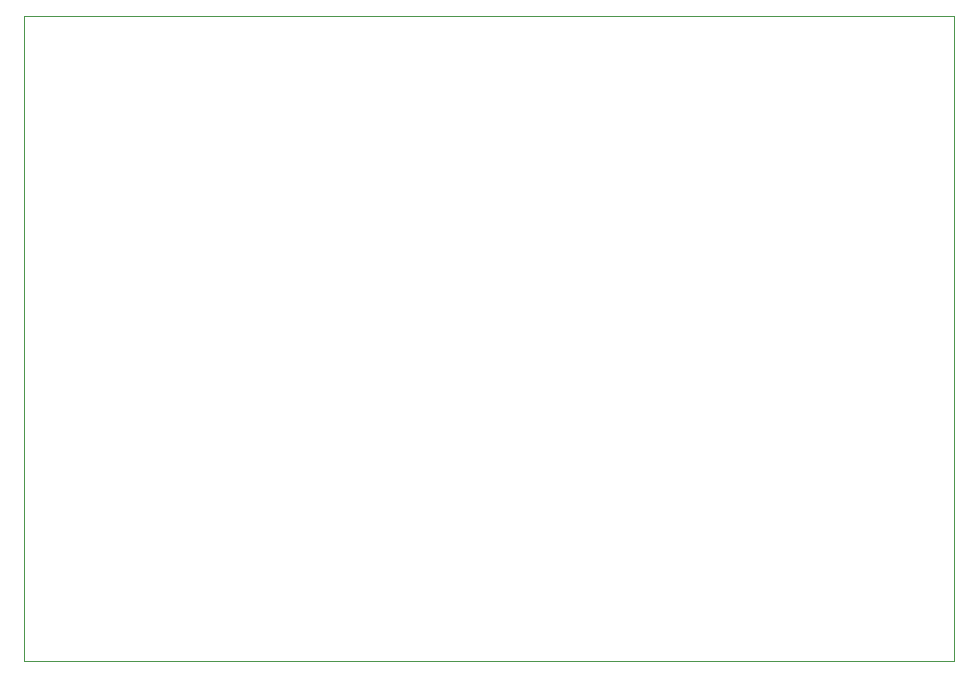
<source format=gbr>
%TF.GenerationSoftware,KiCad,Pcbnew,7.0.7*%
%TF.CreationDate,2024-05-24T10:33:18-04:00*%
%TF.ProjectId,pi-pico-adapter3,70692d70-6963-46f2-9d61-646170746572,rev?*%
%TF.SameCoordinates,PX791ddc0PY791ddc0*%
%TF.FileFunction,Profile,NP*%
%FSLAX46Y46*%
G04 Gerber Fmt 4.6, Leading zero omitted, Abs format (unit mm)*
G04 Created by KiCad (PCBNEW 7.0.7) date 2024-05-24 10:33:18*
%MOMM*%
%LPD*%
G01*
G04 APERTURE LIST*
%TA.AperFunction,Profile*%
%ADD10C,0.100000*%
%TD*%
G04 APERTURE END LIST*
D10*
X-27000000Y81610000D02*
X51740000Y81610000D01*
X51740000Y27000000D01*
X-27000000Y27000000D01*
X-27000000Y81610000D01*
M02*

</source>
